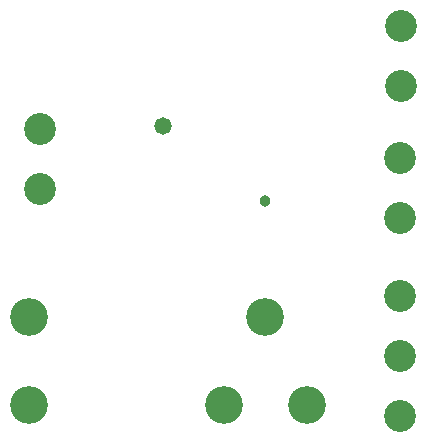
<source format=gbs>
%FSDAX24Y24*%
%MOIN*%
%SFA1B1*%

%IPPOS*%
%ADD44C,0.106400*%
%ADD45C,0.126100*%
%ADD46C,0.038000*%
%ADD47C,0.058000*%
%LNde-130624-1*%
%LPD*%
G54D44*
X068200Y022300D03*
Y024269D03*
X068150Y019869D03*
Y017900D03*
X068154Y015300D03*
Y013300D03*
Y011300D03*
X056150Y018866D03*
Y020834D03*
G54D45*
X063675Y014590D03*
X065053Y011637D03*
X062297D03*
X055801D03*
Y014590D03*
G54D46*
X063654Y018450D03*
G54D47*
X060250Y020950D03*
M02*
</source>
